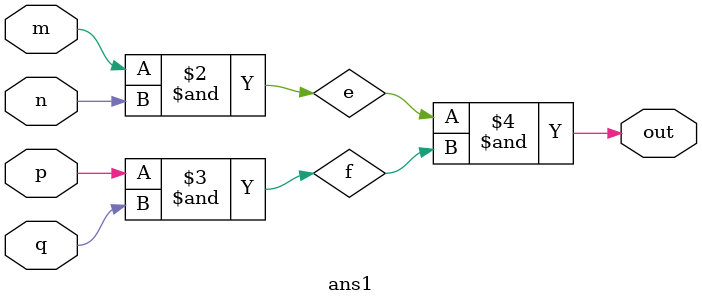
<source format=v>
module test_bench;

reg M , N , P , Q ;

wire OUT ;


//instantiation 
ans1 a1(M, N , P , Q , OUT);


//initialisation 
initial 
{M,N,P,Q}=4'b0;


//stimulus generation 
initial 
begin 

integer i ;

for(i=0;i<16 ;i++)begin 
{M,N,P,Q}=i;
#19;

end
end

//monitor 
initial 
$monitor($time," M:%b | N :%b || P :%b || Q:%b || OUT :%b ",M,N,P,Q,OUT);
endmodule


//path delay model 
module ans1(m,n,p,q,out);

input m,n,p,q;
output out ;

wire e,f;

//specify 
specify

(m=>out)= 15;
(n=>out)= 15;
(p=>out)= 12;
(q=>out)= 12;
endspecify

assign  e = m & n ;
assign f = p & q ;
assign  out = e & f ;

endmodule

</source>
